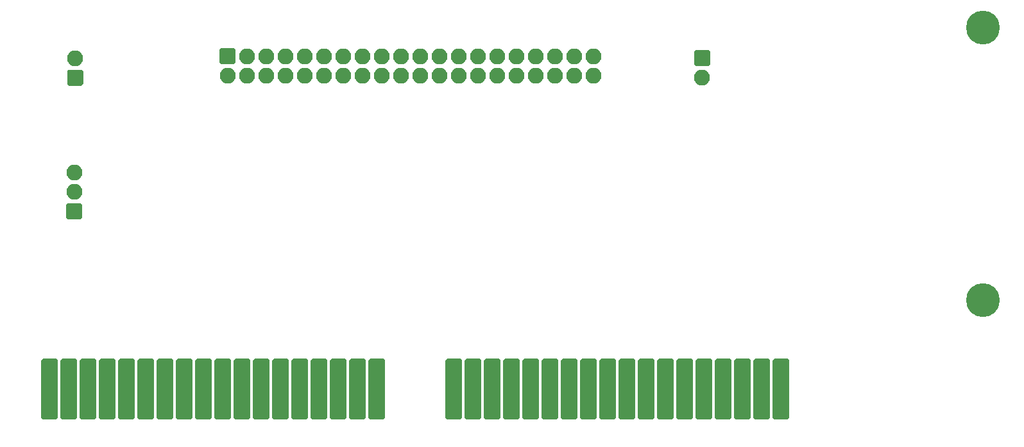
<source format=gbr>
G04 #@! TF.GenerationSoftware,KiCad,Pcbnew,5.1.9-73d0e3b20d~88~ubuntu20.10.1*
G04 #@! TF.CreationDate,2021-03-27T08:36:00+00:00*
G04 #@! TF.ProjectId,videoslotadapter,76696465-6f73-46c6-9f74-616461707465,rev?*
G04 #@! TF.SameCoordinates,Original*
G04 #@! TF.FileFunction,Soldermask,Bot*
G04 #@! TF.FilePolarity,Negative*
%FSLAX46Y46*%
G04 Gerber Fmt 4.6, Leading zero omitted, Abs format (unit mm)*
G04 Created by KiCad (PCBNEW 5.1.9-73d0e3b20d~88~ubuntu20.10.1) date 2021-03-27 08:36:00*
%MOMM*%
%LPD*%
G01*
G04 APERTURE LIST*
%ADD10C,4.464000*%
%ADD11O,2.100000X2.100000*%
G04 APERTURE END LIST*
D10*
X236207300Y-100502720D03*
X236207300Y-64546480D03*
G36*
G01*
X208464000Y-116082000D02*
X208464000Y-108462000D01*
G75*
G02*
X208664000Y-108262000I200000J0D01*
G01*
X210444000Y-108262000D01*
G75*
G02*
X210644000Y-108462000I0J-200000D01*
G01*
X210644000Y-116082000D01*
G75*
G02*
X210444000Y-116282000I-200000J0D01*
G01*
X208664000Y-116282000D01*
G75*
G02*
X208464000Y-116082000I0J200000D01*
G01*
G37*
G36*
G01*
X205924000Y-116082000D02*
X205924000Y-108462000D01*
G75*
G02*
X206124000Y-108262000I200000J0D01*
G01*
X207904000Y-108262000D01*
G75*
G02*
X208104000Y-108462000I0J-200000D01*
G01*
X208104000Y-116082000D01*
G75*
G02*
X207904000Y-116282000I-200000J0D01*
G01*
X206124000Y-116282000D01*
G75*
G02*
X205924000Y-116082000I0J200000D01*
G01*
G37*
G36*
G01*
X203384000Y-116082000D02*
X203384000Y-108462000D01*
G75*
G02*
X203584000Y-108262000I200000J0D01*
G01*
X205364000Y-108262000D01*
G75*
G02*
X205564000Y-108462000I0J-200000D01*
G01*
X205564000Y-116082000D01*
G75*
G02*
X205364000Y-116282000I-200000J0D01*
G01*
X203584000Y-116282000D01*
G75*
G02*
X203384000Y-116082000I0J200000D01*
G01*
G37*
G36*
G01*
X200844000Y-116082000D02*
X200844000Y-108462000D01*
G75*
G02*
X201044000Y-108262000I200000J0D01*
G01*
X202824000Y-108262000D01*
G75*
G02*
X203024000Y-108462000I0J-200000D01*
G01*
X203024000Y-116082000D01*
G75*
G02*
X202824000Y-116282000I-200000J0D01*
G01*
X201044000Y-116282000D01*
G75*
G02*
X200844000Y-116082000I0J200000D01*
G01*
G37*
G36*
G01*
X198304000Y-116082000D02*
X198304000Y-108462000D01*
G75*
G02*
X198504000Y-108262000I200000J0D01*
G01*
X200284000Y-108262000D01*
G75*
G02*
X200484000Y-108462000I0J-200000D01*
G01*
X200484000Y-116082000D01*
G75*
G02*
X200284000Y-116282000I-200000J0D01*
G01*
X198504000Y-116282000D01*
G75*
G02*
X198304000Y-116082000I0J200000D01*
G01*
G37*
G36*
G01*
X195764000Y-116082000D02*
X195764000Y-108462000D01*
G75*
G02*
X195964000Y-108262000I200000J0D01*
G01*
X197744000Y-108262000D01*
G75*
G02*
X197944000Y-108462000I0J-200000D01*
G01*
X197944000Y-116082000D01*
G75*
G02*
X197744000Y-116282000I-200000J0D01*
G01*
X195964000Y-116282000D01*
G75*
G02*
X195764000Y-116082000I0J200000D01*
G01*
G37*
G36*
G01*
X193224000Y-116082000D02*
X193224000Y-108462000D01*
G75*
G02*
X193424000Y-108262000I200000J0D01*
G01*
X195204000Y-108262000D01*
G75*
G02*
X195404000Y-108462000I0J-200000D01*
G01*
X195404000Y-116082000D01*
G75*
G02*
X195204000Y-116282000I-200000J0D01*
G01*
X193424000Y-116282000D01*
G75*
G02*
X193224000Y-116082000I0J200000D01*
G01*
G37*
G36*
G01*
X190684000Y-116082000D02*
X190684000Y-108462000D01*
G75*
G02*
X190884000Y-108262000I200000J0D01*
G01*
X192664000Y-108262000D01*
G75*
G02*
X192864000Y-108462000I0J-200000D01*
G01*
X192864000Y-116082000D01*
G75*
G02*
X192664000Y-116282000I-200000J0D01*
G01*
X190884000Y-116282000D01*
G75*
G02*
X190684000Y-116082000I0J200000D01*
G01*
G37*
G36*
G01*
X188144000Y-116082000D02*
X188144000Y-108462000D01*
G75*
G02*
X188344000Y-108262000I200000J0D01*
G01*
X190124000Y-108262000D01*
G75*
G02*
X190324000Y-108462000I0J-200000D01*
G01*
X190324000Y-116082000D01*
G75*
G02*
X190124000Y-116282000I-200000J0D01*
G01*
X188344000Y-116282000D01*
G75*
G02*
X188144000Y-116082000I0J200000D01*
G01*
G37*
G36*
G01*
X185604000Y-116082000D02*
X185604000Y-108462000D01*
G75*
G02*
X185804000Y-108262000I200000J0D01*
G01*
X187584000Y-108262000D01*
G75*
G02*
X187784000Y-108462000I0J-200000D01*
G01*
X187784000Y-116082000D01*
G75*
G02*
X187584000Y-116282000I-200000J0D01*
G01*
X185804000Y-116282000D01*
G75*
G02*
X185604000Y-116082000I0J200000D01*
G01*
G37*
G36*
G01*
X183064000Y-116082000D02*
X183064000Y-108462000D01*
G75*
G02*
X183264000Y-108262000I200000J0D01*
G01*
X185044000Y-108262000D01*
G75*
G02*
X185244000Y-108462000I0J-200000D01*
G01*
X185244000Y-116082000D01*
G75*
G02*
X185044000Y-116282000I-200000J0D01*
G01*
X183264000Y-116282000D01*
G75*
G02*
X183064000Y-116082000I0J200000D01*
G01*
G37*
G36*
G01*
X180524000Y-116082000D02*
X180524000Y-108462000D01*
G75*
G02*
X180724000Y-108262000I200000J0D01*
G01*
X182504000Y-108262000D01*
G75*
G02*
X182704000Y-108462000I0J-200000D01*
G01*
X182704000Y-116082000D01*
G75*
G02*
X182504000Y-116282000I-200000J0D01*
G01*
X180724000Y-116282000D01*
G75*
G02*
X180524000Y-116082000I0J200000D01*
G01*
G37*
G36*
G01*
X177984000Y-116082000D02*
X177984000Y-108462000D01*
G75*
G02*
X178184000Y-108262000I200000J0D01*
G01*
X179964000Y-108262000D01*
G75*
G02*
X180164000Y-108462000I0J-200000D01*
G01*
X180164000Y-116082000D01*
G75*
G02*
X179964000Y-116282000I-200000J0D01*
G01*
X178184000Y-116282000D01*
G75*
G02*
X177984000Y-116082000I0J200000D01*
G01*
G37*
G36*
G01*
X175444000Y-116082000D02*
X175444000Y-108462000D01*
G75*
G02*
X175644000Y-108262000I200000J0D01*
G01*
X177424000Y-108262000D01*
G75*
G02*
X177624000Y-108462000I0J-200000D01*
G01*
X177624000Y-116082000D01*
G75*
G02*
X177424000Y-116282000I-200000J0D01*
G01*
X175644000Y-116282000D01*
G75*
G02*
X175444000Y-116082000I0J200000D01*
G01*
G37*
G36*
G01*
X172904000Y-116082000D02*
X172904000Y-108462000D01*
G75*
G02*
X173104000Y-108262000I200000J0D01*
G01*
X174884000Y-108262000D01*
G75*
G02*
X175084000Y-108462000I0J-200000D01*
G01*
X175084000Y-116082000D01*
G75*
G02*
X174884000Y-116282000I-200000J0D01*
G01*
X173104000Y-116282000D01*
G75*
G02*
X172904000Y-116082000I0J200000D01*
G01*
G37*
G36*
G01*
X170364000Y-116082000D02*
X170364000Y-108462000D01*
G75*
G02*
X170564000Y-108262000I200000J0D01*
G01*
X172344000Y-108262000D01*
G75*
G02*
X172544000Y-108462000I0J-200000D01*
G01*
X172544000Y-116082000D01*
G75*
G02*
X172344000Y-116282000I-200000J0D01*
G01*
X170564000Y-116282000D01*
G75*
G02*
X170364000Y-116082000I0J200000D01*
G01*
G37*
G36*
G01*
X167824000Y-116082000D02*
X167824000Y-108462000D01*
G75*
G02*
X168024000Y-108262000I200000J0D01*
G01*
X169804000Y-108262000D01*
G75*
G02*
X170004000Y-108462000I0J-200000D01*
G01*
X170004000Y-116082000D01*
G75*
G02*
X169804000Y-116282000I-200000J0D01*
G01*
X168024000Y-116282000D01*
G75*
G02*
X167824000Y-116082000I0J200000D01*
G01*
G37*
G36*
G01*
X165284000Y-116082000D02*
X165284000Y-108462000D01*
G75*
G02*
X165484000Y-108262000I200000J0D01*
G01*
X167264000Y-108262000D01*
G75*
G02*
X167464000Y-108462000I0J-200000D01*
G01*
X167464000Y-116082000D01*
G75*
G02*
X167264000Y-116282000I-200000J0D01*
G01*
X165484000Y-116282000D01*
G75*
G02*
X165284000Y-116082000I0J200000D01*
G01*
G37*
G36*
G01*
X155124000Y-116082000D02*
X155124000Y-108462000D01*
G75*
G02*
X155324000Y-108262000I200000J0D01*
G01*
X157104000Y-108262000D01*
G75*
G02*
X157304000Y-108462000I0J-200000D01*
G01*
X157304000Y-116082000D01*
G75*
G02*
X157104000Y-116282000I-200000J0D01*
G01*
X155324000Y-116282000D01*
G75*
G02*
X155124000Y-116082000I0J200000D01*
G01*
G37*
G36*
G01*
X152584000Y-116082000D02*
X152584000Y-108462000D01*
G75*
G02*
X152784000Y-108262000I200000J0D01*
G01*
X154564000Y-108262000D01*
G75*
G02*
X154764000Y-108462000I0J-200000D01*
G01*
X154764000Y-116082000D01*
G75*
G02*
X154564000Y-116282000I-200000J0D01*
G01*
X152784000Y-116282000D01*
G75*
G02*
X152584000Y-116082000I0J200000D01*
G01*
G37*
G36*
G01*
X150044000Y-116082000D02*
X150044000Y-108462000D01*
G75*
G02*
X150244000Y-108262000I200000J0D01*
G01*
X152024000Y-108262000D01*
G75*
G02*
X152224000Y-108462000I0J-200000D01*
G01*
X152224000Y-116082000D01*
G75*
G02*
X152024000Y-116282000I-200000J0D01*
G01*
X150244000Y-116282000D01*
G75*
G02*
X150044000Y-116082000I0J200000D01*
G01*
G37*
G36*
G01*
X147504000Y-116082000D02*
X147504000Y-108462000D01*
G75*
G02*
X147704000Y-108262000I200000J0D01*
G01*
X149484000Y-108262000D01*
G75*
G02*
X149684000Y-108462000I0J-200000D01*
G01*
X149684000Y-116082000D01*
G75*
G02*
X149484000Y-116282000I-200000J0D01*
G01*
X147704000Y-116282000D01*
G75*
G02*
X147504000Y-116082000I0J200000D01*
G01*
G37*
G36*
G01*
X144964000Y-116082000D02*
X144964000Y-108462000D01*
G75*
G02*
X145164000Y-108262000I200000J0D01*
G01*
X146944000Y-108262000D01*
G75*
G02*
X147144000Y-108462000I0J-200000D01*
G01*
X147144000Y-116082000D01*
G75*
G02*
X146944000Y-116282000I-200000J0D01*
G01*
X145164000Y-116282000D01*
G75*
G02*
X144964000Y-116082000I0J200000D01*
G01*
G37*
G36*
G01*
X142424000Y-116082000D02*
X142424000Y-108462000D01*
G75*
G02*
X142624000Y-108262000I200000J0D01*
G01*
X144404000Y-108262000D01*
G75*
G02*
X144604000Y-108462000I0J-200000D01*
G01*
X144604000Y-116082000D01*
G75*
G02*
X144404000Y-116282000I-200000J0D01*
G01*
X142624000Y-116282000D01*
G75*
G02*
X142424000Y-116082000I0J200000D01*
G01*
G37*
G36*
G01*
X139884000Y-116082000D02*
X139884000Y-108462000D01*
G75*
G02*
X140084000Y-108262000I200000J0D01*
G01*
X141864000Y-108262000D01*
G75*
G02*
X142064000Y-108462000I0J-200000D01*
G01*
X142064000Y-116082000D01*
G75*
G02*
X141864000Y-116282000I-200000J0D01*
G01*
X140084000Y-116282000D01*
G75*
G02*
X139884000Y-116082000I0J200000D01*
G01*
G37*
G36*
G01*
X137344000Y-116082000D02*
X137344000Y-108462000D01*
G75*
G02*
X137544000Y-108262000I200000J0D01*
G01*
X139324000Y-108262000D01*
G75*
G02*
X139524000Y-108462000I0J-200000D01*
G01*
X139524000Y-116082000D01*
G75*
G02*
X139324000Y-116282000I-200000J0D01*
G01*
X137544000Y-116282000D01*
G75*
G02*
X137344000Y-116082000I0J200000D01*
G01*
G37*
G36*
G01*
X134804000Y-116082000D02*
X134804000Y-108462000D01*
G75*
G02*
X135004000Y-108262000I200000J0D01*
G01*
X136784000Y-108262000D01*
G75*
G02*
X136984000Y-108462000I0J-200000D01*
G01*
X136984000Y-116082000D01*
G75*
G02*
X136784000Y-116282000I-200000J0D01*
G01*
X135004000Y-116282000D01*
G75*
G02*
X134804000Y-116082000I0J200000D01*
G01*
G37*
G36*
G01*
X132264000Y-116082000D02*
X132264000Y-108462000D01*
G75*
G02*
X132464000Y-108262000I200000J0D01*
G01*
X134244000Y-108262000D01*
G75*
G02*
X134444000Y-108462000I0J-200000D01*
G01*
X134444000Y-116082000D01*
G75*
G02*
X134244000Y-116282000I-200000J0D01*
G01*
X132464000Y-116282000D01*
G75*
G02*
X132264000Y-116082000I0J200000D01*
G01*
G37*
G36*
G01*
X129724000Y-116082000D02*
X129724000Y-108462000D01*
G75*
G02*
X129924000Y-108262000I200000J0D01*
G01*
X131704000Y-108262000D01*
G75*
G02*
X131904000Y-108462000I0J-200000D01*
G01*
X131904000Y-116082000D01*
G75*
G02*
X131704000Y-116282000I-200000J0D01*
G01*
X129924000Y-116282000D01*
G75*
G02*
X129724000Y-116082000I0J200000D01*
G01*
G37*
G36*
G01*
X127184000Y-116082000D02*
X127184000Y-108462000D01*
G75*
G02*
X127384000Y-108262000I200000J0D01*
G01*
X129164000Y-108262000D01*
G75*
G02*
X129364000Y-108462000I0J-200000D01*
G01*
X129364000Y-116082000D01*
G75*
G02*
X129164000Y-116282000I-200000J0D01*
G01*
X127384000Y-116282000D01*
G75*
G02*
X127184000Y-116082000I0J200000D01*
G01*
G37*
G36*
G01*
X124644000Y-116082000D02*
X124644000Y-108462000D01*
G75*
G02*
X124844000Y-108262000I200000J0D01*
G01*
X126624000Y-108262000D01*
G75*
G02*
X126824000Y-108462000I0J-200000D01*
G01*
X126824000Y-116082000D01*
G75*
G02*
X126624000Y-116282000I-200000J0D01*
G01*
X124844000Y-116282000D01*
G75*
G02*
X124644000Y-116082000I0J200000D01*
G01*
G37*
G36*
G01*
X122104000Y-116082000D02*
X122104000Y-108462000D01*
G75*
G02*
X122304000Y-108262000I200000J0D01*
G01*
X124084000Y-108262000D01*
G75*
G02*
X124284000Y-108462000I0J-200000D01*
G01*
X124284000Y-116082000D01*
G75*
G02*
X124084000Y-116282000I-200000J0D01*
G01*
X122304000Y-116282000D01*
G75*
G02*
X122104000Y-116082000I0J200000D01*
G01*
G37*
G36*
G01*
X119564000Y-116082000D02*
X119564000Y-108462000D01*
G75*
G02*
X119764000Y-108262000I200000J0D01*
G01*
X121544000Y-108262000D01*
G75*
G02*
X121744000Y-108462000I0J-200000D01*
G01*
X121744000Y-116082000D01*
G75*
G02*
X121544000Y-116282000I-200000J0D01*
G01*
X119764000Y-116282000D01*
G75*
G02*
X119564000Y-116082000I0J200000D01*
G01*
G37*
G36*
G01*
X117024000Y-116082000D02*
X117024000Y-108462000D01*
G75*
G02*
X117224000Y-108262000I200000J0D01*
G01*
X119004000Y-108262000D01*
G75*
G02*
X119204000Y-108462000I0J-200000D01*
G01*
X119204000Y-116082000D01*
G75*
G02*
X119004000Y-116282000I-200000J0D01*
G01*
X117224000Y-116282000D01*
G75*
G02*
X117024000Y-116082000I0J200000D01*
G01*
G37*
G36*
G01*
X114484000Y-116082000D02*
X114484000Y-108462000D01*
G75*
G02*
X114684000Y-108262000I200000J0D01*
G01*
X116464000Y-108262000D01*
G75*
G02*
X116664000Y-108462000I0J-200000D01*
G01*
X116664000Y-116082000D01*
G75*
G02*
X116464000Y-116282000I-200000J0D01*
G01*
X114684000Y-116282000D01*
G75*
G02*
X114484000Y-116082000I0J200000D01*
G01*
G37*
G36*
G01*
X111944000Y-116082000D02*
X111944000Y-108462000D01*
G75*
G02*
X112144000Y-108262000I200000J0D01*
G01*
X113924000Y-108262000D01*
G75*
G02*
X114124000Y-108462000I0J-200000D01*
G01*
X114124000Y-116082000D01*
G75*
G02*
X113924000Y-116282000I-200000J0D01*
G01*
X112144000Y-116282000D01*
G75*
G02*
X111944000Y-116082000I0J200000D01*
G01*
G37*
D11*
X199136000Y-71120000D03*
G36*
G01*
X198086000Y-69430000D02*
X198086000Y-67730000D01*
G75*
G02*
X198286000Y-67530000I200000J0D01*
G01*
X199986000Y-67530000D01*
G75*
G02*
X200186000Y-67730000I0J-200000D01*
G01*
X200186000Y-69430000D01*
G75*
G02*
X199986000Y-69630000I-200000J0D01*
G01*
X198286000Y-69630000D01*
G75*
G02*
X198086000Y-69430000I0J200000D01*
G01*
G37*
G36*
G01*
X117458200Y-70313180D02*
X117458200Y-72013180D01*
G75*
G02*
X117258200Y-72213180I-200000J0D01*
G01*
X115558200Y-72213180D01*
G75*
G02*
X115358200Y-72013180I0J200000D01*
G01*
X115358200Y-70313180D01*
G75*
G02*
X115558200Y-70113180I200000J0D01*
G01*
X117258200Y-70113180D01*
G75*
G02*
X117458200Y-70313180I0J-200000D01*
G01*
G37*
X116408200Y-68623180D03*
G36*
G01*
X137387700Y-69368380D02*
X135687700Y-69368380D01*
G75*
G02*
X135487700Y-69168380I0J200000D01*
G01*
X135487700Y-67468380D01*
G75*
G02*
X135687700Y-67268380I200000J0D01*
G01*
X137387700Y-67268380D01*
G75*
G02*
X137587700Y-67468380I0J-200000D01*
G01*
X137587700Y-69168380D01*
G75*
G02*
X137387700Y-69368380I-200000J0D01*
G01*
G37*
X136537700Y-70858380D03*
X139077700Y-68318380D03*
X139077700Y-70858380D03*
X141617700Y-68318380D03*
X141617700Y-70858380D03*
X144157700Y-68318380D03*
X144157700Y-70858380D03*
X146697700Y-68318380D03*
X146697700Y-70858380D03*
X149237700Y-68318380D03*
X149237700Y-70858380D03*
X151777700Y-68318380D03*
X151777700Y-70858380D03*
X154317700Y-68318380D03*
X154317700Y-70858380D03*
X156857700Y-68318380D03*
X156857700Y-70858380D03*
X159397700Y-68318380D03*
X159397700Y-70858380D03*
X161937700Y-68318380D03*
X161937700Y-70858380D03*
X164477700Y-68318380D03*
X164477700Y-70858380D03*
X167017700Y-68318380D03*
X167017700Y-70858380D03*
X169557700Y-68318380D03*
X169557700Y-70858380D03*
X172097700Y-68318380D03*
X172097700Y-70858380D03*
X174637700Y-68318380D03*
X174637700Y-70858380D03*
X177177700Y-68318380D03*
X177177700Y-70858380D03*
X179717700Y-68318380D03*
X179717700Y-70858380D03*
X182257700Y-68318380D03*
X182257700Y-70858380D03*
X184797700Y-68318380D03*
X184797700Y-70858380D03*
G36*
G01*
X117328660Y-87943320D02*
X117328660Y-89643320D01*
G75*
G02*
X117128660Y-89843320I-200000J0D01*
G01*
X115428660Y-89843320D01*
G75*
G02*
X115228660Y-89643320I0J200000D01*
G01*
X115228660Y-87943320D01*
G75*
G02*
X115428660Y-87743320I200000J0D01*
G01*
X117128660Y-87743320D01*
G75*
G02*
X117328660Y-87943320I0J-200000D01*
G01*
G37*
X116278660Y-86253320D03*
X116278660Y-83713320D03*
M02*

</source>
